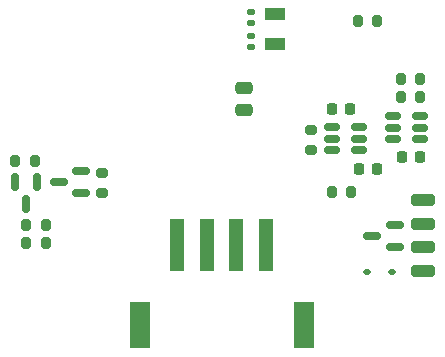
<source format=gtp>
G04 #@! TF.GenerationSoftware,KiCad,Pcbnew,8.0.6*
G04 #@! TF.CreationDate,2024-11-12T21:30:20-08:00*
G04 #@! TF.ProjectId,sensor_board,73656e73-6f72-45f6-926f-6172642e6b69,rev?*
G04 #@! TF.SameCoordinates,Original*
G04 #@! TF.FileFunction,Paste,Top*
G04 #@! TF.FilePolarity,Positive*
%FSLAX46Y46*%
G04 Gerber Fmt 4.6, Leading zero omitted, Abs format (unit mm)*
G04 Created by KiCad (PCBNEW 8.0.6) date 2024-11-12 21:30:20*
%MOMM*%
%LPD*%
G01*
G04 APERTURE LIST*
G04 Aperture macros list*
%AMRoundRect*
0 Rectangle with rounded corners*
0 $1 Rounding radius*
0 $2 $3 $4 $5 $6 $7 $8 $9 X,Y pos of 4 corners*
0 Add a 4 corners polygon primitive as box body*
4,1,4,$2,$3,$4,$5,$6,$7,$8,$9,$2,$3,0*
0 Add four circle primitives for the rounded corners*
1,1,$1+$1,$2,$3*
1,1,$1+$1,$4,$5*
1,1,$1+$1,$6,$7*
1,1,$1+$1,$8,$9*
0 Add four rect primitives between the rounded corners*
20,1,$1+$1,$2,$3,$4,$5,0*
20,1,$1+$1,$4,$5,$6,$7,0*
20,1,$1+$1,$6,$7,$8,$9,0*
20,1,$1+$1,$8,$9,$2,$3,0*%
G04 Aperture macros list end*
%ADD10RoundRect,0.150000X0.512500X0.150000X-0.512500X0.150000X-0.512500X-0.150000X0.512500X-0.150000X0*%
%ADD11RoundRect,0.250000X0.750000X-0.250000X0.750000X0.250000X-0.750000X0.250000X-0.750000X-0.250000X0*%
%ADD12RoundRect,0.200000X0.200000X0.275000X-0.200000X0.275000X-0.200000X-0.275000X0.200000X-0.275000X0*%
%ADD13RoundRect,0.140000X-0.170000X0.140000X-0.170000X-0.140000X0.170000X-0.140000X0.170000X0.140000X0*%
%ADD14RoundRect,0.200000X-0.275000X0.200000X-0.275000X-0.200000X0.275000X-0.200000X0.275000X0.200000X0*%
%ADD15RoundRect,0.225000X-0.225000X-0.250000X0.225000X-0.250000X0.225000X0.250000X-0.225000X0.250000X0*%
%ADD16RoundRect,0.250000X-0.475000X0.250000X-0.475000X-0.250000X0.475000X-0.250000X0.475000X0.250000X0*%
%ADD17RoundRect,0.225000X0.225000X0.250000X-0.225000X0.250000X-0.225000X-0.250000X0.225000X-0.250000X0*%
%ADD18RoundRect,0.200000X0.275000X-0.200000X0.275000X0.200000X-0.275000X0.200000X-0.275000X-0.200000X0*%
%ADD19RoundRect,0.150000X0.587500X0.150000X-0.587500X0.150000X-0.587500X-0.150000X0.587500X-0.150000X0*%
%ADD20RoundRect,0.140000X0.170000X-0.140000X0.170000X0.140000X-0.170000X0.140000X-0.170000X-0.140000X0*%
%ADD21RoundRect,0.200000X-0.200000X-0.275000X0.200000X-0.275000X0.200000X0.275000X-0.200000X0.275000X0*%
%ADD22R,1.295400X4.495800*%
%ADD23R,1.803400X3.911600*%
%ADD24RoundRect,0.112500X0.187500X0.112500X-0.187500X0.112500X-0.187500X-0.112500X0.187500X-0.112500X0*%
%ADD25R,1.800000X1.000000*%
%ADD26RoundRect,0.150000X-0.150000X0.587500X-0.150000X-0.587500X0.150000X-0.587500X0.150000X0.587500X0*%
G04 APERTURE END LIST*
D10*
G04 #@! TO.C,U2*
X31896900Y-12989600D03*
X31896900Y-12039600D03*
X31896900Y-11089600D03*
X29621900Y-11089600D03*
X29621900Y-12039600D03*
X29621900Y-12989600D03*
G04 #@! TD*
D11*
G04 #@! TO.C,J2*
X37329200Y-23240400D03*
X37329200Y-21240400D03*
X37329200Y-19240400D03*
X37329200Y-17240400D03*
G04 #@! TD*
D10*
G04 #@! TO.C,U1*
X37103900Y-12049800D03*
X37103900Y-11099800D03*
X37103900Y-10149800D03*
X34828900Y-10149800D03*
X34828900Y-11099800D03*
X34828900Y-12049800D03*
G04 #@! TD*
D12*
G04 #@! TO.C,R4*
X33464000Y-2082800D03*
X31814000Y-2082800D03*
G04 #@! TD*
D13*
G04 #@! TO.C,C9*
X22750000Y-3310000D03*
X22750000Y-4270000D03*
G04 #@! TD*
D14*
G04 #@! TO.C,R3*
X27863800Y-11341600D03*
X27863800Y-12991600D03*
G04 #@! TD*
D15*
G04 #@! TO.C,C3*
X31889400Y-14579600D03*
X33439400Y-14579600D03*
G04 #@! TD*
D16*
G04 #@! TO.C,C11*
X22174200Y-7736800D03*
X22174200Y-9636800D03*
G04 #@! TD*
D17*
G04 #@! TO.C,C1*
X31153400Y-9525000D03*
X29603400Y-9525000D03*
G04 #@! TD*
D18*
G04 #@! TO.C,R7*
X10185400Y-16635100D03*
X10185400Y-14985100D03*
G04 #@! TD*
D19*
G04 #@! TO.C,Q4*
X8405100Y-16647200D03*
X8405100Y-14747200D03*
X6530100Y-15697200D03*
G04 #@! TD*
D20*
G04 #@! TO.C,C10*
X22750000Y-2238000D03*
X22750000Y-1278000D03*
G04 #@! TD*
D17*
G04 #@! TO.C,C2*
X37097000Y-13614400D03*
X35547000Y-13614400D03*
G04 #@! TD*
D21*
G04 #@! TO.C,R1*
X29619500Y-16556100D03*
X31269500Y-16556100D03*
G04 #@! TD*
G04 #@! TO.C,R6*
X2832600Y-13893800D03*
X4482600Y-13893800D03*
G04 #@! TD*
D22*
G04 #@! TO.C,J4*
X16550000Y-21057499D03*
X19050000Y-21057499D03*
X21550000Y-21057499D03*
X24050000Y-21057499D03*
D23*
X27249999Y-27847499D03*
X13350001Y-27847499D03*
G04 #@! TD*
D24*
G04 #@! TO.C,D1*
X34719600Y-23292400D03*
X32619600Y-23292400D03*
G04 #@! TD*
D21*
G04 #@! TO.C,R12*
X3758300Y-19354800D03*
X5408300Y-19354800D03*
G04 #@! TD*
D25*
G04 #@! TO.C,Y1*
X24814000Y-1524000D03*
X24814000Y-4024000D03*
G04 #@! TD*
D12*
G04 #@! TO.C,R9*
X37121600Y-8534400D03*
X35471600Y-8534400D03*
G04 #@! TD*
D26*
G04 #@! TO.C,Q3*
X4683800Y-15699500D03*
X2783800Y-15699500D03*
X3733800Y-17574500D03*
G04 #@! TD*
D19*
G04 #@! TO.C,Q2*
X34939300Y-21215800D03*
X34939300Y-19315800D03*
X33064300Y-20265800D03*
G04 #@! TD*
D12*
G04 #@! TO.C,R2*
X37121600Y-6959600D03*
X35471600Y-6959600D03*
G04 #@! TD*
G04 #@! TO.C,R13*
X5408300Y-20878800D03*
X3758300Y-20878800D03*
G04 #@! TD*
M02*

</source>
